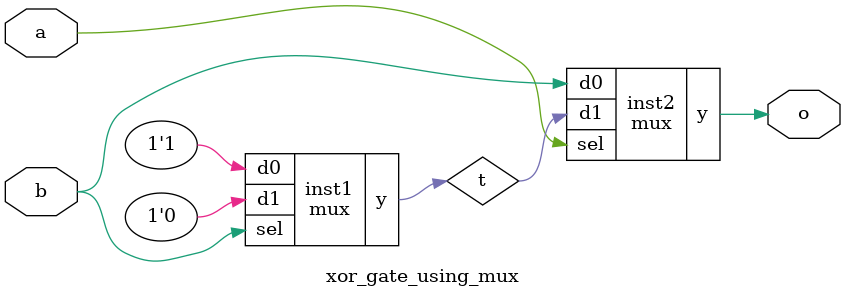
<source format=sv>

module mux
(
  input  d0, d1,
  input  sel,
  output y
);

  assign y = sel ? d1 : d0;

endmodule

//----------------------------------------------------------------------------
// Task
//----------------------------------------------------------------------------

module xor_gate_using_mux
(
    input  a,
    input  b,
    output o
);

  // Task:
  // Implement xor gate using instance(s) of mux,
  // constants 0 and 1, and wire connections
   wire t;

  mux inst1(
    .d0(1), .d1(0), .sel(b), .y(t));

  mux inst2(.d0(b), .d1(t), .sel(a), .y(o));

endmodule

</source>
